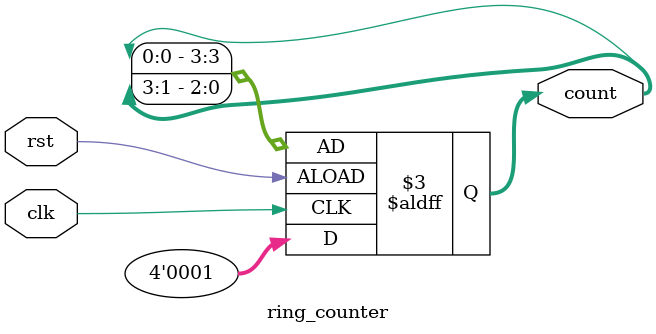
<source format=v>
/******************************************************************************************************************

This source code is a work of its author. No part of it should be copied and pasted for any commercial purpose. 
This code is purely for educational purposes. If required, this code can be cloned from GitHub repository.

Filename	: odd_even_counter.v

Description	: Even and Odd Counter Design

Author Name	: Deep Kar Sarkar

Version		: 1.0

*******************************************************************************************************************/

module ring_counter #(parameter WIDTH = 4)(
	input clk, rst,
	output reg [(WIDTH-1):0] count
	);
	
	reg temp;
	
	always @(posedge clk or negedge rst)
	begin
		if(rst)
			count = 4'b0001;
		else begin
			temp = count[0];
			count = count>>1;
			count[WIDTH-1] = temp;
		end
	end

endmodule

</source>
